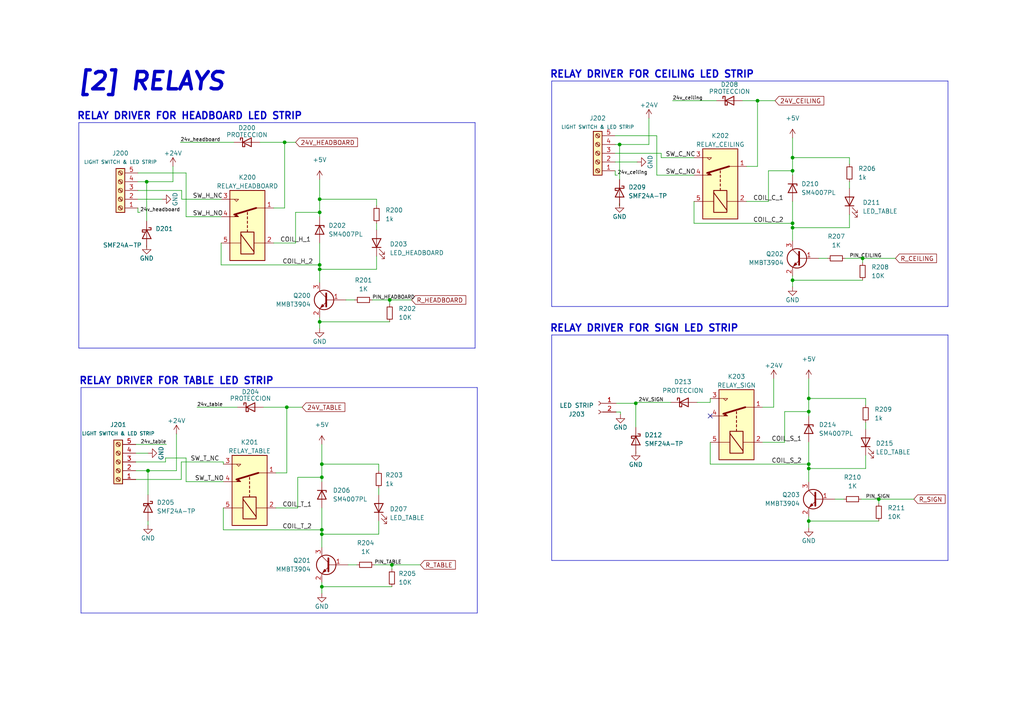
<source format=kicad_sch>
(kicad_sch (version 20230121) (generator eeschema)
  (paper "A4")
  (lib_symbols
    (symbol "Connector:Conn_01x02_Female" (pin_names (offset 1.016) hide)
      (property "Reference" "J" (at 0 2.54 0))
      (property "Value" "Conn_01x02_Female" (at 0 -5.08 0))
      (symbol "Conn_01x02_Female_1_1"
        (arc (start 0 -2.032) (mid -0.5058 -2.54) (end 0 -3.048) (stroke (width 0.1524)))
        (polyline (pts (xy -1.27 -2.54) (xy -0.508 -2.54)) (stroke (width 0.1524)))
        (polyline (pts (xy -1.27 0) (xy -0.508 0)) (stroke (width 0.1524)))
        (arc (start 0 0.508) (mid -0.5058 0) (end 0 -0.508) (stroke (width 0.1524)))
        (pin passive line (at -5.08 0 0) (length 3.81) (name "Pin_1") (number "1"))
        (pin passive line (at -5.08 -2.54 0) (length 3.81) (name "Pin_2") (number "2"))
      )
    )
    (symbol "Connector:Screw_Terminal_01x05" (pin_names (offset 1.016) hide)
      (property "Reference" "J" (at 0 7.62 0))
      (property "Value" "Screw_Terminal_01x05" (at 0 -7.62 0))
      (symbol "Screw_Terminal_01x05_1_1"
        (rectangle (start -1.27 6.35) (end 1.27 -6.35) (stroke (width 0.254)) (fill (type background)))
        (circle (center 0 -5.08) (radius 0.635) (stroke (width 0.1524)))
        (circle (center 0 -2.54) (radius 0.635) (stroke (width 0.1524)))
        (polyline (pts (xy -0.5334 -4.7498) (xy 0.3302 -5.588)) (stroke (width 0.1524)))
        (polyline (pts (xy -0.5334 -2.2098) (xy 0.3302 -3.048)) (stroke (width 0.1524)))
        (polyline (pts (xy -0.5334 0.3302) (xy 0.3302 -0.508)) (stroke (width 0.1524)))
        (polyline (pts (xy -0.5334 2.8702) (xy 0.3302 2.032)) (stroke (width 0.1524)))
        (polyline (pts (xy -0.5334 5.4102) (xy 0.3302 4.572)) (stroke (width 0.1524)))
        (polyline (pts (xy -0.3556 -4.572) (xy 0.508 -5.4102)) (stroke (width 0.1524)))
        (polyline (pts (xy -0.3556 -2.032) (xy 0.508 -2.8702)) (stroke (width 0.1524)))
        (polyline (pts (xy -0.3556 0.508) (xy 0.508 -0.3302)) (stroke (width 0.1524)))
        (polyline (pts (xy -0.3556 3.048) (xy 0.508 2.2098)) (stroke (width 0.1524)))
        (polyline (pts (xy -0.3556 5.588) (xy 0.508 4.7498)) (stroke (width 0.1524)))
        (circle (center 0 0) (radius 0.635) (stroke (width 0.1524)))
        (circle (center 0 2.54) (radius 0.635) (stroke (width 0.1524)))
        (circle (center 0 5.08) (radius 0.635) (stroke (width 0.1524)))
        (pin passive line (at -5.08 5.08 0) (length 3.81) (name "Pin_1") (number "1"))
        (pin passive line (at -5.08 2.54 0) (length 3.81) (name "Pin_2") (number "2"))
        (pin passive line (at -5.08 0 0) (length 3.81) (name "Pin_3") (number "3"))
        (pin passive line (at -5.08 -2.54 0) (length 3.81) (name "Pin_4") (number "4"))
        (pin passive line (at -5.08 -5.08 0) (length 3.81) (name "Pin_5") (number "5"))
      )
    )
    (symbol "Device:D_Schottky" (pin_numbers hide) (pin_names (offset 1.016) hide)
      (property "Reference" "D" (at 0 2.54 0))
      (property "Value" "D_Schottky" (at 0 -2.54 0))
      (symbol "D_Schottky_0_1"
        (polyline (pts (xy 1.27 0) (xy -1.27 0)))
        (polyline (pts (xy 1.27 1.27) (xy 1.27 -1.27) (xy -1.27 0) (xy 1.27 1.27)) (stroke (width 0.254)))
        (polyline (pts (xy -1.905 0.635) (xy -1.905 1.27) (xy -1.27 1.27) (xy -1.27 -1.27) (xy -0.635 -1.27) (xy -0.635 -0.635)) (stroke (width 0.254)))
      )
      (symbol "D_Schottky_1_1"
        (pin passive line (at -3.81 0 0) (length 2.54) (name "K") (number "1"))
        (pin passive line (at 3.81 0 180) (length 2.54) (name "A") (number "2"))
      )
    )
    (symbol "Device:D_Zener" (pin_numbers hide) (pin_names (offset 1.016) hide)
      (property "Reference" "D" (at 0 2.54 0))
      (property "Value" "D_Zener" (at 0 -2.54 0))
      (symbol "D_Zener_0_1"
        (polyline (pts (xy 1.27 0) (xy -1.27 0)))
        (polyline (pts (xy -1.27 -1.27) (xy -1.27 1.27) (xy -0.762 1.27)) (stroke (width 0.254)))
        (polyline (pts (xy 1.27 -1.27) (xy 1.27 1.27) (xy -1.27 0) (xy 1.27 -1.27)) (stroke (width 0.254)))
      )
      (symbol "D_Zener_1_1"
        (pin passive line (at -3.81 0 0) (length 2.54) (name "K") (number "1"))
        (pin passive line (at 3.81 0 180) (length 2.54) (name "A") (number "2"))
      )
    )
    (symbol "Device:LED" (pin_numbers hide) (pin_names (offset 1.016) hide)
      (property "Reference" "D" (at 0 2.54 0))
      (property "Value" "LED" (at 0 -2.54 0))
      (symbol "LED_0_1"
        (polyline (pts (xy -1.27 -1.27) (xy -1.27 1.27)) (stroke (width 0.254)))
        (polyline (pts (xy -1.27 0) (xy 1.27 0)))
        (polyline (pts (xy 1.27 -1.27) (xy 1.27 1.27) (xy -1.27 0) (xy 1.27 -1.27)) (stroke (width 0.254)))
        (polyline (pts (xy -3.048 -0.762) (xy -4.572 -2.286) (xy -3.81 -2.286) (xy -4.572 -2.286) (xy -4.572 -1.524)))
        (polyline (pts (xy -1.778 -0.762) (xy -3.302 -2.286) (xy -2.54 -2.286) (xy -3.302 -2.286) (xy -3.302 -1.524)))
      )
      (symbol "LED_1_1"
        (pin passive line (at -3.81 0 0) (length 2.54) (name "K") (number "1"))
        (pin passive line (at 3.81 0 180) (length 2.54) (name "A") (number "2"))
      )
    )
    (symbol "Device:R_Small" (pin_numbers hide) (pin_names (offset 0.254) hide)
      (property "Reference" "R" (at 0.762 0.508 0))
      (property "Value" "R_Small" (at 0.762 -1.016 0))
      (symbol "R_Small_0_1"
        (rectangle (start -0.762 1.778) (end 0.762 -1.778) (stroke (width 0.2032)))
      )
      (symbol "R_Small_1_1"
        (pin passive line (at 0 2.54 270) (length 0.762) (name "~") (number "1"))
        (pin passive line (at 0 -2.54 90) (length 0.762) (name "~") (number "2"))
      )
    )
    (symbol "Diode:PMEG4050EP" (pin_numbers hide) (pin_names hide)
      (property "Reference" "D" (at 0 2.54 0))
      (property "Value" "PMEG4050EP" (at 0 -2.54 0))
      (symbol "PMEG4050EP_0_1"
        (polyline (pts (xy 1.27 0) (xy -1.27 0)))
        (polyline (pts (xy 1.27 1.27) (xy 1.27 -1.27) (xy -1.27 0) (xy 1.27 1.27)) (stroke (width 0.254)))
        (polyline (pts (xy -1.905 0.635) (xy -1.905 1.27) (xy -1.27 1.27) (xy -1.27 -1.27) (xy -0.635 -1.27) (xy -0.635 -0.635)) (stroke (width 0.254)))
      )
      (symbol "PMEG4050EP_1_1"
        (pin passive line (at -3.81 0 0) (length 2.54) (name "K") (number "1"))
        (pin passive line (at 3.81 0 180) (length 2.54) (name "A") (number "2"))
      )
    )
    (symbol "Relay:SANYOU_SRD_Form_C"
      (property "Reference" "K" (at 11.43 3.81 0))
      (property "Value" "SANYOU_SRD_Form_C" (at 11.43 1.27 0))
      (symbol "SANYOU_SRD_Form_C_0_0"
        (polyline (pts (xy 7.62 5.08) (xy 7.62 2.54) (xy 6.985 3.175) (xy 7.62 3.81)))
      )
      (symbol "SANYOU_SRD_Form_C_0_1"
        (rectangle (start -10.16 5.08) (end 10.16 -5.08) (stroke (width 0.254)) (fill (type background)))
        (rectangle (start -8.255 1.905) (end -1.905 -1.905) (stroke (width 0.254)))
        (polyline (pts (xy -7.62 -1.905) (xy -2.54 1.905)) (stroke (width 0.254)))
        (polyline (pts (xy -5.08 -5.08) (xy -5.08 -1.905)))
        (polyline (pts (xy -5.08 5.08) (xy -5.08 1.905)))
        (polyline (pts (xy -1.905 0) (xy -1.27 0)) (stroke (width 0.254)))
        (polyline (pts (xy -0.635 0) (xy 0 0)) (stroke (width 0.254)))
        (polyline (pts (xy 0.635 0) (xy 1.27 0)) (stroke (width 0.254)))
        (polyline (pts (xy 1.905 0) (xy 2.54 0)) (stroke (width 0.254)))
        (polyline (pts (xy 3.175 0) (xy 3.81 0)) (stroke (width 0.254)))
        (polyline (pts (xy 5.08 -2.54) (xy 3.175 3.81)) (stroke (width 0.508)))
        (polyline (pts (xy 5.08 -2.54) (xy 5.08 -5.08)))
      )
      (symbol "SANYOU_SRD_Form_C_1_1"
        (polyline (pts (xy 2.54 3.81) (xy 3.175 3.175) (xy 2.54 2.54) (xy 2.54 5.08)) (fill (type outline)))
        (pin passive line (at 5.08 -7.62 90) (length 2.54) (name "~") (number "1"))
        (pin passive line (at -5.08 -7.62 90) (length 2.54) (name "~") (number "2"))
        (pin passive line (at 7.62 7.62 270) (length 2.54) (name "~") (number "3"))
        (pin passive line (at 2.54 7.62 270) (length 2.54) (name "~") (number "4"))
        (pin passive line (at -5.08 7.62 270) (length 2.54) (name "~") (number "5"))
      )
    )
    (symbol "Transistor_BJT:MMBT5550L" (pin_names (offset 0) hide)
      (property "Reference" "Q" (at 5.08 1.905 0))
      (property "Value" "MMBT5550L" (at 5.08 0 0))
      (symbol "MMBT5550L_0_1"
        (polyline (pts (xy 0.635 0.635) (xy 2.54 2.54)))
        (polyline (pts (xy 0.635 -0.635) (xy 2.54 -2.54) (xy 2.54 -2.54)))
        (polyline (pts (xy 0.635 1.905) (xy 0.635 -1.905) (xy 0.635 -1.905)) (stroke (width 0.508)))
        (polyline (pts (xy 1.27 -1.778) (xy 1.778 -1.27) (xy 2.286 -2.286) (xy 1.27 -1.778) (xy 1.27 -1.778)) (fill (type outline)))
        (circle (center 1.27 0) (radius 2.8194) (stroke (width 0.254)))
      )
      (symbol "MMBT5550L_1_1"
        (pin input line (at -5.08 0 0) (length 5.715) (name "B") (number "1"))
        (pin passive line (at 2.54 -5.08 90) (length 2.54) (name "E") (number "2"))
        (pin passive line (at 2.54 5.08 270) (length 2.54) (name "C") (number "3"))
      )
    )
    (symbol "power:+24V" (power) (pin_names (offset 0))
      (property "Value" "+24V" (at 0 3.556 0))
      (symbol "+24V_0_1"
        (polyline (pts (xy -0.762 1.27) (xy 0 2.54)))
        (polyline (pts (xy 0 0) (xy 0 2.54)))
        (polyline (pts (xy 0 2.54) (xy 0.762 1.27)))
      )
      (symbol "+24V_1_1"
        (pin power_in line (at 0 0 90) (length 0) hide (name "+24V") (number "1"))
      )
    )
    (symbol "power:+5V" (power) (pin_names (offset 0))
      (property "Value" "+5V" (at 0 3.556 0))
      (symbol "+5V_0_1"
        (polyline (pts (xy -0.762 1.27) (xy 0 2.54)))
        (polyline (pts (xy 0 0) (xy 0 2.54)))
        (polyline (pts (xy 0 2.54) (xy 0.762 1.27)))
      )
      (symbol "+5V_1_1"
        (pin power_in line (at 0 0 90) (length 0) hide (name "+5V") (number "1"))
      )
    )
    (symbol "power:GND" (power) (pin_names (offset 0))
      (property "Value" "GND" (at 0 -3.81 0))
      (symbol "GND_0_1"
        (polyline (pts (xy 0 0) (xy 0 -1.27) (xy 1.27 -1.27) (xy 0 -2.54) (xy -1.27 -1.27) (xy 0 -1.27)))
      )
      (symbol "GND_1_1"
        (pin power_in line (at 0 0 270) (length 0) hide (name "GND") (number "1"))
      )
    )
  )
  (junction (at 82.55 41.275))
  (junction (at 229.87 81.28))
  (junction (at 93.345 134.62))
  (junction (at 42.545 52.705))
  (junction (at 229.87 64.77))
  (junction (at 93.345 154.94))
  (junction (at 229.87 49.53))
  (junction (at 93.345 153.67))
  (junction (at 92.71 61.595))
  (junction (at 184.404 116.967))
  (junction (at 234.569 134.62))
  (junction (at 234.569 135.89))
  (junction (at 219.71 29.21))
  (junction (at 113.665 163.83))
  (junction (at 234.569 151.13))
  (junction (at 113.03 86.995))
  (junction (at 93.345 170.18))
  (junction (at 83.185 118.11))
  (junction (at 92.71 76.835))
  (junction (at 92.71 93.345))
  (junction (at 234.569 119.38))
  (junction (at 179.705 41.91))
  (junction (at 229.87 66.04))
  (junction (at 42.926 136.525))
  (junction (at 254.889 144.78))
  (junction (at 234.569 115.57))
  (junction (at 229.87 45.72))
  (junction (at 93.345 138.43))
  (junction (at 92.71 78.105))
  (junction (at 92.71 57.785))
  (junction (at 250.19 74.93))
  (no_connect (at 205.994 120.65))
  (wire (pts (xy 234.569 109.855) (xy 234.569 115.57)))
  (wire (pts (xy 205.994 128.27) (xy 205.994 134.62)))
  (wire (pts (xy 85.725 70.485) (xy 85.725 61.595)))
  (wire (pts (xy 229.87 66.04) (xy 229.87 69.85)))
  (wire (pts (xy 188.214 34.29) (xy 188.214 41.91)))
  (wire (pts (xy 85.725 61.595) (xy 92.71 61.595)))
  (wire (pts (xy 205.994 134.62) (xy 234.569 134.62)))
  (wire (pts (xy 40.005 60.325) (xy 40.005 61.595)))
  (polyline (pts (xy 22.86 100.965) (xy 22.86 35.56)))
  (wire (pts (xy 52.705 57.785) (xy 64.135 57.785)))
  (wire (pts (xy 52.578 133.985) (xy 64.77 133.985)))
  (wire (pts (xy 205.994 116.713) (xy 205.994 115.57)))
  (wire (pts (xy 109.22 59.69) (xy 109.22 57.785)))
  (wire (pts (xy 191.77 45.72) (xy 201.295 45.72)))
  (wire (pts (xy 249.809 144.78) (xy 254.889 144.78)))
  (wire (pts (xy 188.214 41.91) (xy 179.705 41.91)))
  (wire (pts (xy 92.71 52.07) (xy 92.71 57.785)))
  (wire (pts (xy 251.079 135.89) (xy 234.569 135.89)))
  (wire (pts (xy 250.19 74.93) (xy 250.19 76.2)))
  (wire (pts (xy 184.404 116.713) (xy 184.404 116.967)))
  (wire (pts (xy 246.38 52.705) (xy 246.38 54.61)))
  (wire (pts (xy 194.564 116.713) (xy 184.404 116.713)))
  (wire (pts (xy 179.959 119.507) (xy 179.959 120.142)))
  (wire (pts (xy 109.22 57.785) (xy 92.71 57.785)))
  (wire (pts (xy 191.77 44.45) (xy 191.77 45.72)))
  (wire (pts (xy 216.535 48.26) (xy 219.71 48.26)))
  (wire (pts (xy 40.005 57.785) (xy 46.99 57.785)))
  (wire (pts (xy 93.345 128.905) (xy 93.345 134.62)))
  (wire (pts (xy 53.975 139.7) (xy 64.77 139.7)))
  (wire (pts (xy 178.435 46.99) (xy 184.785 46.99)))
  (wire (pts (xy 179.705 41.91) (xy 179.705 52.07)))
  (wire (pts (xy 219.71 48.26) (xy 219.71 29.21)))
  (wire (pts (xy 92.71 93.345) (xy 92.71 95.25)))
  (wire (pts (xy 234.569 149.86) (xy 234.569 151.13)))
  (wire (pts (xy 113.665 163.83) (xy 113.665 165.1)))
  (wire (pts (xy 93.345 134.62) (xy 93.345 138.43)))
  (wire (pts (xy 234.569 128.27) (xy 234.569 134.62)))
  (wire (pts (xy 42.545 71.12) (xy 42.545 71.755)))
  (wire (pts (xy 57.15 118.11) (xy 68.834 118.11)))
  (wire (pts (xy 234.569 134.62) (xy 234.569 135.89)))
  (wire (pts (xy 190.5 50.8) (xy 201.295 50.8)))
  (wire (pts (xy 109.22 78.105) (xy 92.71 78.105)))
  (wire (pts (xy 40.005 61.595) (xy 40.64 61.595)))
  (polyline (pts (xy 160.02 162.56) (xy 160.02 97.155)))
  (wire (pts (xy 113.03 86.995) (xy 119.38 86.995)))
  (wire (pts (xy 93.345 147.32) (xy 93.345 153.67)))
  (wire (pts (xy 179.705 59.055) (xy 179.705 59.69)))
  (wire (pts (xy 48.006 132.842) (xy 53.975 132.842)))
  (wire (pts (xy 234.569 151.13) (xy 254.889 151.13)))
  (wire (pts (xy 195.072 29.21) (xy 207.772 29.21)))
  (wire (pts (xy 109.22 64.77) (xy 109.22 66.675)))
  (wire (pts (xy 92.71 78.105) (xy 92.71 81.915)))
  (wire (pts (xy 245.11 74.93) (xy 250.19 74.93)))
  (wire (pts (xy 178.689 116.967) (xy 184.404 116.967)))
  (wire (pts (xy 64.77 133.985) (xy 64.77 134.62)))
  (wire (pts (xy 93.345 153.67) (xy 93.345 154.94)))
  (wire (pts (xy 52.705 55.245) (xy 52.705 57.785)))
  (wire (pts (xy 93.345 168.91) (xy 93.345 170.18)))
  (wire (pts (xy 184.404 116.967) (xy 184.404 123.952)))
  (wire (pts (xy 92.71 76.835) (xy 92.71 78.105)))
  (wire (pts (xy 92.71 93.345) (xy 113.03 93.345)))
  (wire (pts (xy 190.5 39.37) (xy 178.435 39.37)))
  (wire (pts (xy 64.135 76.835) (xy 92.71 76.835)))
  (wire (pts (xy 64.77 147.32) (xy 64.77 153.67)))
  (wire (pts (xy 82.55 41.275) (xy 85.725 41.275)))
  (wire (pts (xy 86.36 147.32) (xy 86.36 138.43)))
  (wire (pts (xy 251.079 132.08) (xy 251.079 135.89)))
  (polyline (pts (xy 274.955 97.155) (xy 274.955 162.56)))
  (wire (pts (xy 53.975 62.865) (xy 64.135 62.865)))
  (wire (pts (xy 79.375 70.485) (xy 85.725 70.485)))
  (polyline (pts (xy 274.955 162.56) (xy 160.02 162.56)))
  (wire (pts (xy 224.409 109.855) (xy 224.409 118.11)))
  (wire (pts (xy 178.435 41.91) (xy 179.705 41.91)))
  (wire (pts (xy 219.71 29.21) (xy 224.79 29.21)))
  (polyline (pts (xy 274.955 88.9) (xy 160.02 88.9)))
  (wire (pts (xy 246.38 47.625) (xy 246.38 45.72)))
  (wire (pts (xy 242.189 144.78) (xy 244.729 144.78)))
  (wire (pts (xy 237.49 74.93) (xy 240.03 74.93)))
  (polyline (pts (xy 137.795 35.56) (xy 137.795 100.965)))
  (wire (pts (xy 250.19 74.93) (xy 259.715 74.93)))
  (polyline (pts (xy 138.43 112.395) (xy 138.43 177.8)))
  (wire (pts (xy 39.37 139.065) (xy 52.578 139.065)))
  (wire (pts (xy 40.005 55.245) (xy 52.705 55.245)))
  (wire (pts (xy 178.435 50.8) (xy 179.07 50.8)))
  (wire (pts (xy 234.569 115.57) (xy 234.569 119.38)))
  (wire (pts (xy 75.438 41.275) (xy 82.55 41.275)))
  (wire (pts (xy 202.184 116.713) (xy 205.994 116.713)))
  (polyline (pts (xy 137.795 100.965) (xy 22.86 100.965)))
  (wire (pts (xy 229.87 81.28) (xy 250.19 81.28)))
  (wire (pts (xy 80.01 137.16) (xy 83.185 137.16)))
  (polyline (pts (xy 160.02 97.155) (xy 274.955 97.155)))
  (wire (pts (xy 76.454 118.11) (xy 83.185 118.11)))
  (wire (pts (xy 39.37 136.525) (xy 42.926 136.525)))
  (wire (pts (xy 64.77 153.67) (xy 93.345 153.67)))
  (wire (pts (xy 53.975 50.165) (xy 53.975 62.865)))
  (wire (pts (xy 53.975 132.842) (xy 53.975 139.7)))
  (wire (pts (xy 100.33 86.995) (xy 102.87 86.995)))
  (wire (pts (xy 86.36 138.43) (xy 93.345 138.43)))
  (wire (pts (xy 52.578 139.065) (xy 52.578 133.985)))
  (wire (pts (xy 82.55 60.325) (xy 82.55 41.275)))
  (wire (pts (xy 39.37 133.985) (xy 48.006 133.985)))
  (wire (pts (xy 229.87 49.53) (xy 229.87 50.8)))
  (wire (pts (xy 229.87 40.005) (xy 229.87 45.72)))
  (polyline (pts (xy 138.43 177.8) (xy 23.495 177.8)))
  (wire (pts (xy 184.404 130.937) (xy 184.404 131.572)))
  (wire (pts (xy 215.392 29.21) (xy 219.71 29.21)))
  (wire (pts (xy 227.584 128.27) (xy 227.584 119.38)))
  (wire (pts (xy 109.855 154.94) (xy 93.345 154.94)))
  (wire (pts (xy 190.5 39.37) (xy 190.5 50.8)))
  (wire (pts (xy 83.185 118.11) (xy 87.63 118.11)))
  (wire (pts (xy 53.975 50.165) (xy 40.005 50.165)))
  (wire (pts (xy 201.295 58.42) (xy 201.295 64.77)))
  (wire (pts (xy 51.181 136.525) (xy 42.926 136.525)))
  (wire (pts (xy 222.885 58.42) (xy 222.885 49.53)))
  (polyline (pts (xy 274.955 23.495) (xy 274.955 88.9)))
  (wire (pts (xy 109.855 151.13) (xy 109.855 154.94)))
  (wire (pts (xy 234.569 135.89) (xy 234.569 139.7)))
  (wire (pts (xy 109.855 141.605) (xy 109.855 143.51)))
  (wire (pts (xy 42.545 52.705) (xy 50.165 52.705)))
  (polyline (pts (xy 22.86 35.56) (xy 137.795 35.56)))
  (wire (pts (xy 229.87 81.28) (xy 229.87 83.185)))
  (wire (pts (xy 80.01 147.32) (xy 86.36 147.32)))
  (wire (pts (xy 93.345 154.94) (xy 93.345 158.75)))
  (wire (pts (xy 42.926 151.13) (xy 42.926 152.273)))
  (wire (pts (xy 109.855 136.525) (xy 109.855 134.62)))
  (wire (pts (xy 100.965 163.83) (xy 103.505 163.83)))
  (wire (pts (xy 92.71 61.595) (xy 92.71 62.865)))
  (wire (pts (xy 246.38 45.72) (xy 229.87 45.72)))
  (wire (pts (xy 227.584 119.38) (xy 234.569 119.38)))
  (polyline (pts (xy 160.02 23.495) (xy 274.955 23.495)))
  (wire (pts (xy 229.87 58.42) (xy 229.87 64.77)))
  (wire (pts (xy 246.38 66.04) (xy 229.87 66.04)))
  (wire (pts (xy 216.535 58.42) (xy 222.885 58.42)))
  (wire (pts (xy 178.689 119.507) (xy 179.959 119.507)))
  (wire (pts (xy 108.585 163.83) (xy 113.665 163.83)))
  (wire (pts (xy 39.37 128.905) (xy 48.26 128.905)))
  (wire (pts (xy 246.38 62.23) (xy 246.38 66.04)))
  (wire (pts (xy 107.95 86.995) (xy 113.03 86.995)))
  (polyline (pts (xy 23.495 112.395) (xy 138.43 112.395)))
  (wire (pts (xy 221.234 128.27) (xy 227.584 128.27)))
  (wire (pts (xy 48.006 133.985) (xy 48.006 132.842)))
  (wire (pts (xy 229.87 45.72) (xy 229.87 49.53)))
  (wire (pts (xy 251.079 117.475) (xy 251.079 115.57)))
  (wire (pts (xy 178.435 49.53) (xy 178.435 50.8)))
  (wire (pts (xy 113.665 163.83) (xy 121.92 163.83)))
  (wire (pts (xy 221.234 118.11) (xy 224.409 118.11)))
  (wire (pts (xy 50.165 52.705) (xy 50.165 48.26)))
  (wire (pts (xy 229.87 64.77) (xy 229.87 66.04)))
  (wire (pts (xy 234.569 119.38) (xy 234.569 120.65)))
  (wire (pts (xy 92.71 92.075) (xy 92.71 93.345)))
  (wire (pts (xy 222.885 49.53) (xy 229.87 49.53)))
  (wire (pts (xy 251.079 115.57) (xy 234.569 115.57)))
  (wire (pts (xy 93.345 170.18) (xy 93.345 172.085)))
  (wire (pts (xy 92.71 57.785) (xy 92.71 61.595)))
  (polyline (pts (xy 160.02 88.9) (xy 160.02 23.495)))
  (wire (pts (xy 40.005 52.705) (xy 42.545 52.705)))
  (wire (pts (xy 52.324 41.275) (xy 67.818 41.275)))
  (wire (pts (xy 64.135 70.485) (xy 64.135 76.835)))
  (wire (pts (xy 109.22 74.295) (xy 109.22 78.105)))
  (wire (pts (xy 51.181 125.857) (xy 51.181 136.525)))
  (wire (pts (xy 79.375 60.325) (xy 82.55 60.325)))
  (wire (pts (xy 251.079 122.555) (xy 251.079 124.46)))
  (wire (pts (xy 83.185 137.16) (xy 83.185 118.11)))
  (wire (pts (xy 109.855 134.62) (xy 93.345 134.62)))
  (wire (pts (xy 42.545 52.705) (xy 42.545 64.135)))
  (wire (pts (xy 93.345 170.18) (xy 113.665 170.18)))
  (wire (pts (xy 113.03 86.995) (xy 113.03 88.265)))
  (wire (pts (xy 201.295 64.77) (xy 229.87 64.77)))
  (wire (pts (xy 229.87 80.01) (xy 229.87 81.28)))
  (wire (pts (xy 42.926 136.525) (xy 42.926 143.51)))
  (wire (pts (xy 39.37 131.445) (xy 42.926 131.445)))
  (wire (pts (xy 178.435 44.45) (xy 191.77 44.45)))
  (wire (pts (xy 92.71 70.485) (xy 92.71 76.835)))
  (polyline (pts (xy 23.495 177.8) (xy 23.495 112.395)))
  (wire (pts (xy 93.345 138.43) (xy 93.345 139.7)))
  (wire (pts (xy 254.889 144.78) (xy 265.049 144.78)))
  (wire (pts (xy 234.569 151.13) (xy 234.569 153.035)))
  (wire (pts (xy 254.889 144.78) (xy 254.889 146.05)))
  (text "RELAY DRIVER FOR HEADBOARD LED STRIP" (at 22.225 34.925 0) (effects (font (size 2.032 2.032) bold) (justify left bottom)))
  (text "RELAY DRIVER FOR TABLE LED STRIP" (at 22.86 111.76 0) (effects (font (size 2.032 2.032) bold) (justify left bottom)))
  (text "[2] RELAYS" (at 22.225 26.67 0) (effects (font (size 5.0038 5.0038) (thickness 1.0008) bold italic) (justify left bottom)))
  (text "RELAY DRIVER FOR CEILING LED STRIP" (at 159.385 22.86 0) (effects (font (size 2.032 2.032) bold) (justify left bottom)))
  (text "RELAY DRIVER FOR SIGN LED STRIP" (at 159.385 96.52 0) (effects (font (size 2.032 2.032) bold) (justify left bottom)))
  (label "24V_SIGN" (at 185.166 116.713 0) (effects (font (size 1.016 1.016))))
  (label "SW_C_NC" (at 193.04 45.72 0))
  (label "PIN_HEADBOARD" (at 107.95 86.995 0) (effects (font (size 1.016 1.016))))
  (label "COIL_C_1" (at 218.44 58.42 0))
  (label "PIN_CEILING" (at 246.38 74.93 0) (effects (font (size 1.016 1.016))))
  (label "COIL_S_1" (at 223.774 128.27 0))
  (label "SW_H_NC" (at 55.88 57.785 0))
  (label "24v_headboard" (at 52.324 41.275 0) (effects (font (size 1.016 1.016))))
  (label "COIL_T_2" (at 81.915 153.67 0))
  (label "PIN_SIGN" (at 251.079 144.78 0) (effects (font (size 1.016 1.016))))
  (label "SW_T_NC" (at 55.245 133.985 0))
  (label "COIL_H_1" (at 81.28 70.485 0))
  (label "COIL_C_2" (at 218.44 64.77 0))
  (label "COIL_S_2" (at 223.774 134.62 0))
  (label "SW_C_NO" (at 193.04 50.8 0))
  (label "24v_table" (at 57.15 118.11 0) (effects (font (size 1.016 1.016))))
  (label "24v_headboard" (at 40.64 61.595 0) (effects (font (size 1.016 1.016))))
  (label "24v_ceiling" (at 179.07 50.8 0) (effects (font (size 1.016 1.016))))
  (label "SW_T_NO" (at 56.515 139.7 0))
  (label "COIL_T_1" (at 81.915 147.32 0))
  (label "SW_H_NO" (at 55.88 62.865 0))
  (label "COIL_H_2" (at 81.915 76.835 0))
  (label "24v_table" (at 48.26 128.905 180) (effects (font (size 1.016 1.016))))
  (label "PIN_TABLE" (at 108.585 163.83 0) (effects (font (size 1.016 1.016))))
  (label "24v_ceiling" (at 195.072 29.21 0) (effects (font (size 1.016 1.016))))
  (global_label "R_SIGN" (shape input) (at 265.049 144.78 0) (property "Intersheetrefs" "${INTERSHEET_REFS}" (effects hide)))
  (global_label "24V_TABLE" (shape input) (at 87.63 118.11 0) (property "Intersheetrefs" "${INTERSHEET_REFS}" (effects hide)))
  (global_label "24V_HEADBOARD" (shape input) (at 85.725 41.275 0) (property "Intersheetrefs" "${INTERSHEET_REFS}" (effects hide)))
  (global_label "R_HEADBOARD" (shape input) (at 119.38 86.995 0) (property "Intersheetrefs" "${INTERSHEET_REFS}" (effects hide)))
  (global_label "R_TABLE" (shape input) (at 121.92 163.83 0) (property "Intersheetrefs" "${INTERSHEET_REFS}" (effects hide)))
  (global_label "24V_CEILING" (shape input) (at 224.79 29.21 0) (property "Intersheetrefs" "${INTERSHEET_REFS}" (effects hide)))
  (global_label "R_CEILING" (shape input) (at 259.715 74.93 0) (property "Intersheetrefs" "${INTERSHEET_REFS}" (effects hide)))
  (symbol (lib_id "Device:R_Small") (at 250.19 78.74 180) (unit 1)
    (property "Reference" "R208" (at 252.73 77.4699 0) (effects (justify right)))
    (property "Value" "10K" (at 252.73 80.0099 0) (effects (justify right)))
    (property "Footprint" "Resistor_SMD:R_0603_1608Metric" (effects hide))
    (property "LCSC" "C25804" (effects hide))
  )
  (symbol (lib_id "Device:D_Zener") (at 92.71 66.675 270) (unit 1)
    (property "Reference" "D202" (at 95.25 65.4049 90) (effects (justify left)))
    (property "Value" "SM4007PL" (at 95.25 67.9449 90) (effects (justify left)))
    (property "Footprint" "Jose_:SOD_123FL" (effects hide))
    (property "LCSC" "C64898" (effects hide))
  )
  (symbol (lib_id "Diode:PMEG4050EP") (at 71.628 41.275 0) (unit 1)
    (property "Reference" "D200" (at 71.628 37.084 0))
    (property "Value" "PROTECCION" (at 71.628 39.116 0))
    (property "Footprint" "Diode_SMD:D_SOD-128" (effects hide))
    (property "Datasheet" "https://assets.nexperia.com/documents/data-sheet/PMEG4050EP.pdf" (effects hide))
  )
  (symbol (lib_id "Device:D_Zener") (at 234.569 124.46 270) (unit 1)
    (property "Reference" "D214" (at 237.49 123.1899 90) (effects (justify left)))
    (property "Value" "SM4007PL" (at 237.49 125.7299 90) (effects (justify left)))
    (property "Footprint" "Jose_:SOD_123FL" (effects hide))
    (property "LCSC" "C64898" (effects hide))
  )
  (symbol (lib_id "power:GND") (at 42.926 131.445 90) (unit 1)
    (property "Reference" "#PWR0121" (effects hide))
    (property "Value" "GND" (at 46.736 131.445 0))
  )
  (symbol (lib_id "power:+24V") (at 51.181 125.857 0) (unit 1)
    (property "Reference" "#PWR0122" (effects hide))
    (property "Value" "+24V" (at 51.181 122.047 0))
  )
  (symbol (lib_id "Connector:Screw_Terminal_01x05") (at 34.29 133.985 180) (unit 1)
    (property "Reference" "J201" (at 34.29 123.19 0))
    (property "Value" "LIGHT SWITCH & LED STRIP" (at 34.29 125.73 0) (effects (font (size 1.016 1.016))))
    (property "Footprint" "Connector_Phoenix_MSTB:PhoenixContact_MSTBA_2,5_5-G-5,08_1x05_P5.08mm_Horizontal" (effects hide))
  )
  (symbol (lib_id "power:GND") (at 184.404 130.937 0) (unit 1)
    (property "Reference" "#PWR0131" (effects hide))
    (property "Value" "GND" (at 184.404 134.747 0))
  )
  (symbol (lib_id "power:GND") (at 229.87 83.185 0) (unit 1)
    (property "Reference" "#PWR0130" (effects hide))
    (property "Value" "GND" (at 229.87 86.995 0))
  )
  (symbol (lib_id "Device:LED") (at 246.38 58.42 90) (unit 1)
    (property "Reference" "D211" (at 250.19 58.7374 90) (effects (justify right)))
    (property "Value" "LED_TABLE" (at 250.19 61.2774 90) (effects (justify right)))
    (property "Footprint" "LED_SMD:LED_0603_1608Metric" (effects hide))
    (property "LCSC" "C72038" (effects hide))
  )
  (symbol (lib_id "Device:LED") (at 251.079 128.27 90) (unit 1)
    (property "Reference" "D215" (at 254 128.5874 90) (effects (justify right)))
    (property "Value" "LED_TABLE" (at 254 131.1274 90) (effects (justify right)))
    (property "Footprint" "LED_SMD:LED_0603_1608Metric" (effects hide))
    (property "LCSC" "C72038" (effects hide))
  )
  (symbol (lib_id "power:GND") (at 179.705 59.055 0) (unit 1)
    (property "Reference" "#PWR0125" (effects hide))
    (property "Value" "GND" (at 179.705 62.865 0))
  )
  (symbol (lib_id "Device:R_Small") (at 254.889 148.59 180) (unit 1)
    (property "Reference" "R211" (at 257.429 147.3199 0) (effects (justify right)))
    (property "Value" "10K" (at 257.429 149.8599 0) (effects (justify right)))
    (property "Footprint" "Resistor_SMD:R_0603_1608Metric" (effects hide))
    (property "LCSC" "C25804" (effects hide))
  )
  (symbol (lib_id "power:GND") (at 179.959 120.142 0) (unit 1)
    (property "Reference" "#PWR0133" (effects hide))
    (property "Value" "GND" (at 179.959 123.952 0))
  )
  (symbol (lib_id "Transistor_BJT:MMBT5550L") (at 95.25 86.995 0) (mirror y) (unit 1)
    (property "Reference" "Q200" (at 90.17 85.7249 0) (effects (justify left)))
    (property "Value" "MMBT3904" (at 90.17 88.2649 0) (effects (justify left)))
    (property "Footprint" "Package_TO_SOT_SMD:SOT-23" (effects hide))
    (property "Datasheet" "www.onsemi.com/pub/Collateral/MMBT5550LT1-D.PDF" (effects hide))
    (property "LCSC" "C20526" (effects hide))
  )
  (symbol (lib_id "Device:D_Schottky") (at 42.926 147.32 270) (unit 1)
    (property "Reference" "D205" (at 45.466 145.7324 90) (effects (justify left)))
    (property "Value" "SMF24A-TP" (at 45.466 148.2724 90) (effects (justify left)))
    (property "Footprint" "Jose_:SOD_123FL" (effects hide))
    (property "LCSC" "C545276" (effects hide))
  )
  (symbol (lib_id "power:GND") (at 42.926 152.273 0) (unit 1)
    (property "Reference" "#PWR0123" (effects hide))
    (property "Value" "GND" (at 42.926 156.083 0))
  )
  (symbol (lib_id "Device:R_Small") (at 109.855 139.065 180) (unit 1)
    (property "Reference" "R203" (at 111.76 137.7949 0) (effects (justify right)))
    (property "Value" "1k" (at 111.76 140.3349 0) (effects (justify right)))
    (property "Footprint" "Resistor_SMD:R_0603_1608Metric" (effects hide))
    (property "LCSC" "C21190" (effects hide))
  )
  (symbol (lib_id "power:GND") (at 42.545 71.12 0) (unit 1)
    (property "Reference" "#PWR0113" (effects hide))
    (property "Value" "GND" (at 42.545 74.93 0))
  )
  (symbol (lib_id "Device:D_Zener") (at 229.87 54.61 270) (unit 1)
    (property "Reference" "D210" (at 232.41 53.3399 90) (effects (justify left)))
    (property "Value" "SM4007PL" (at 232.41 55.8799 90) (effects (justify left)))
    (property "Footprint" "Jose_:SOD_123FL" (effects hide))
    (property "LCSC" "C64898" (effects hide))
  )
  (symbol (lib_id "power:+24V") (at 224.409 109.855 0) (unit 1)
    (property "Reference" "#PWR0132" (effects hide))
    (property "Value" "+24V" (at 224.409 106.045 0))
  )
  (symbol (lib_id "Connector:Screw_Terminal_01x05") (at 173.355 44.45 180) (unit 1)
    (property "Reference" "J202" (at 173.355 34.29 0))
    (property "Value" "LIGHT SWITCH & LED STRIP" (at 173.355 36.83 0) (effects (font (size 1.016 1.016))))
    (property "Footprint" "Connector_Phoenix_MSTB:PhoenixContact_MSTBA_2,5_5-G-5,08_1x05_P5.08mm_Horizontal" (effects hide))
  )
  (symbol (lib_id "Relay:SANYOU_SRD_Form_C") (at 71.755 65.405 90) (unit 1)
    (property "Reference" "K200" (at 71.755 51.435 90))
    (property "Value" "RELAY_HEADBOARD" (at 71.755 53.975 90))
    (property "Footprint" "Relay_THT:Relay_SPDT_Finder_36.11" (effects hide))
    (property "Datasheet" "http://www.sanyourelay.ca/public/products/pdf/SRD.pdf" (effects hide))
  )
  (symbol (lib_id "Device:R_Small") (at 106.045 163.83 270) (unit 1)
    (property "Reference" "R204" (at 106.045 157.48 90))
    (property "Value" "1K" (at 106.045 160.02 90))
    (property "Footprint" "Resistor_SMD:R_0603_1608Metric" (effects hide))
    (property "LCSC" "C21190" (effects hide))
  )
  (symbol (lib_id "power:GND") (at 234.569 153.035 0) (unit 1)
    (property "Reference" "#PWR0135" (effects hide))
    (property "Value" "GND" (at 234.569 156.845 0))
  )
  (symbol (lib_id "Diode:PMEG4050EP") (at 72.644 118.11 0) (unit 1)
    (property "Reference" "D204" (at 72.644 113.665 0))
    (property "Value" "PROTECCION" (at 72.644 115.57 0))
    (property "Footprint" "Diode_SMD:D_SOD-128" (effects hide))
    (property "Datasheet" "https://assets.nexperia.com/documents/data-sheet/PMEG4050EP.pdf" (effects hide))
  )
  (symbol (lib_id "power:+24V") (at 188.214 34.29 0) (unit 1)
    (property "Reference" "#PWR0127" (effects hide))
    (property "Value" "+24V" (at 188.214 30.48 0))
  )
  (symbol (lib_id "Device:D_Zener") (at 93.345 143.51 270) (unit 1)
    (property "Reference" "D206" (at 96.52 142.2399 90) (effects (justify left)))
    (property "Value" "SM4007PL" (at 96.52 144.7799 90) (effects (justify left)))
    (property "Footprint" "Jose_:SOD_123FL" (effects hide))
    (property "LCSC" "C64898" (effects hide))
  )
  (symbol (lib_id "Relay:SANYOU_SRD_Form_C") (at 213.614 123.19 90) (unit 1)
    (property "Reference" "K203" (at 213.614 109.22 90))
    (property "Value" "RELAY_SIGN" (at 213.614 111.76 90))
    (property "Footprint" "Relay_THT:Relay_SPDT_Finder_36.11" (effects hide))
    (property "Datasheet" "http://www.sanyourelay.ca/public/products/pdf/SRD.pdf" (effects hide))
  )
  (symbol (lib_id "Device:D_Schottky") (at 184.404 127.762 270) (unit 1)
    (property "Reference" "D212" (at 186.944 126.1744 90) (effects (justify left)))
    (property "Value" "SMF24A-TP" (at 186.944 128.7144 90) (effects (justify left)))
    (property "Footprint" "Jose_:SOD_123FL" (effects hide))
    (property "LCSC" "C545276" (effects hide))
  )
  (symbol (lib_id "Device:D_Schottky") (at 179.705 55.88 270) (unit 1)
    (property "Reference" "D209" (at 182.245 54.2924 90) (effects (justify left)))
    (property "Value" "SMF24A-TP" (at 182.245 56.8324 90) (effects (justify left)))
    (property "Footprint" "Jose_:SOD_123FL" (effects hide))
    (property "LCSC" "C545276" (effects hide))
  )
  (symbol (lib_id "Diode:PMEG4050EP") (at 198.374 116.713 0) (unit 1)
    (property "Reference" "D213" (at 198.0565 110.744 0))
    (property "Value" "PROTECCION" (at 198.0565 113.284 0))
    (property "Footprint" "Diode_SMD:D_SOD-128" (effects hide))
    (property "Datasheet" "https://assets.nexperia.com/documents/data-sheet/PMEG4050EP.pdf" (effects hide))
  )
  (symbol (lib_id "Transistor_BJT:MMBT5550L") (at 237.109 144.78 0) (mirror y) (unit 1)
    (property "Reference" "Q203" (at 232.029 143.5099 0) (effects (justify left)))
    (property "Value" "MMBT3904" (at 232.029 146.0499 0) (effects (justify left)))
    (property "Footprint" "Package_TO_SOT_SMD:SOT-23" (effects hide))
    (property "Datasheet" "www.onsemi.com/pub/Collateral/MMBT5550LT1-D.PDF" (effects hide))
    (property "LCSC" "C20526" (effects hide))
  )
  (symbol (lib_id "power:+5V") (at 93.345 128.905 0) (unit 1)
    (property "Reference" "#PWR0117" (effects hide))
    (property "Value" "+5V" (at 93.345 123.19 0))
  )
  (symbol (lib_id "Device:R_Small") (at 105.41 86.995 270) (unit 1)
    (property "Reference" "R201" (at 105.41 81.28 90))
    (property "Value" "1K" (at 105.41 83.82 90))
    (property "Footprint" "Resistor_SMD:R_0603_1608Metric" (effects hide))
    (property "LCSC" "C21190" (effects hide))
  )
  (symbol (lib_id "Transistor_BJT:MMBT5550L") (at 95.885 163.83 0) (mirror y) (unit 1)
    (property "Reference" "Q201" (at 90.17 162.5599 0) (effects (justify left)))
    (property "Value" "MMBT3904" (at 90.17 165.0999 0) (effects (justify left)))
    (property "Footprint" "Package_TO_SOT_SMD:SOT-23" (effects hide))
    (property "Datasheet" "www.onsemi.com/pub/Collateral/MMBT5550LT1-D.PDF" (effects hide))
    (property "LCSC" "C20526" (effects hide))
  )
  (symbol (lib_id "power:GND") (at 46.99 57.785 90) (unit 1)
    (property "Reference" "#PWR0114" (effects hide))
    (property "Value" "GND" (at 50.8 57.785 0))
  )
  (symbol (lib_id "power:GND") (at 184.785 46.99 90) (unit 1)
    (property "Reference" "#PWR0126" (effects hide))
    (property "Value" "GND" (at 188.595 46.99 0))
  )
  (symbol (lib_id "Device:LED") (at 109.855 147.32 90) (unit 1)
    (property "Reference" "D207" (at 113.03 147.6374 90) (effects (justify right)))
    (property "Value" "LED_TABLE" (at 113.03 150.1774 90) (effects (justify right)))
    (property "Footprint" "LED_SMD:LED_0603_1608Metric" (effects hide))
    (property "LCSC" "C72038" (effects hide))
  )
  (symbol (lib_id "Device:D_Schottky") (at 42.545 67.945 270) (unit 1)
    (property "Reference" "D201" (at 45.085 66.3574 90) (effects (justify left)))
    (property "Value" "SMF24A-TP" (at 29.845 71.12 90) (effects (justify left)))
    (property "Footprint" "Jose_:SOD_123FL" (effects hide))
    (property "LCSC" "C545276" (effects hide))
  )
  (symbol (lib_id "power:+24V") (at 50.165 48.26 0) (unit 1)
    (property "Reference" "#PWR0115" (effects hide))
    (property "Value" "+24V" (at 50.165 44.45 0))
  )
  (symbol (lib_id "power:GND") (at 93.345 172.085 0) (unit 1)
    (property "Reference" "#PWR0118" (effects hide))
    (property "Value" "GND" (at 93.345 175.895 0))
  )
  (symbol (lib_id "Device:LED") (at 109.22 70.485 90) (unit 1)
    (property "Reference" "D203" (at 113.03 70.8024 90) (effects (justify right)))
    (property "Value" "LED_HEADBOARD" (at 113.03 73.3424 90) (effects (justify right)))
    (property "Footprint" "LED_SMD:LED_0603_1608Metric" (effects hide))
    (property "LCSC" "C72038" (effects hide))
  )
  (symbol (lib_id "Device:R_Small") (at 113.03 90.805 180) (unit 1)
    (property "Reference" "R202" (at 115.57 89.5349 0) (effects (justify right)))
    (property "Value" "10K" (at 115.57 92.0749 0) (effects (justify right)))
    (property "Footprint" "Resistor_SMD:R_0603_1608Metric" (effects hide))
    (property "LCSC" "C25804" (effects hide))
  )
  (symbol (lib_id "Relay:SANYOU_SRD_Form_C") (at 208.915 53.34 90) (unit 1)
    (property "Reference" "K202" (at 208.915 39.37 90))
    (property "Value" "RELAY_CEILING" (at 208.915 41.91 90))
    (property "Footprint" "Relay_THT:Relay_SPDT_Finder_36.11" (effects hide))
    (property "Datasheet" "http://www.sanyourelay.ca/public/products/pdf/SRD.pdf" (effects hide))
  )
  (symbol (lib_id "power:+5V") (at 234.569 109.855 0) (unit 1)
    (property "Reference" "#PWR0134" (effects hide))
    (property "Value" "+5V" (at 234.569 104.14 0))
  )
  (symbol (lib_id "Device:R_Small") (at 247.269 144.78 270) (unit 1)
    (property "Reference" "R210" (at 247.269 138.43 90))
    (property "Value" "1K" (at 247.269 140.97 90))
    (property "Footprint" "Resistor_SMD:R_0603_1608Metric" (effects hide))
    (property "LCSC" "C21190" (effects hide))
  )
  (symbol (lib_id "Transistor_BJT:MMBT5550L") (at 232.41 74.93 0) (mirror y) (unit 1)
    (property "Reference" "Q202" (at 227.33 73.6599 0) (effects (justify left)))
    (property "Value" "MMBT3904" (at 227.33 76.1999 0) (effects (justify left)))
    (property "Footprint" "Package_TO_SOT_SMD:SOT-23" (effects hide))
    (property "Datasheet" "www.onsemi.com/pub/Collateral/MMBT5550LT1-D.PDF" (effects hide))
    (property "LCSC" "C20526" (effects hide))
  )
  (symbol (lib_id "power:GND") (at 92.71 95.25 0) (unit 1)
    (property "Reference" "#PWR0120" (effects hide))
    (property "Value" "GND" (at 92.71 99.06 0))
  )
  (symbol (lib_id "Device:R_Small") (at 246.38 50.165 180) (unit 1)
    (property "Reference" "R206" (at 248.92 48.8949 0) (effects (justify right)))
    (property "Value" "1k" (at 248.92 51.4349 0) (effects (justify right)))
    (property "Footprint" "Resistor_SMD:R_0603_1608Metric" (effects hide))
    (property "LCSC" "C21190" (effects hide))
  )
  (symbol (lib_id "Diode:PMEG4050EP") (at 211.582 29.21 0) (unit 1)
    (property "Reference" "D208" (at 211.582 24.511 0))
    (property "Value" "PROTECCION" (at 211.582 26.543 0))
    (property "Footprint" "Diode_SMD:D_SOD-128" (effects hide))
    (property "Datasheet" "https://assets.nexperia.com/documents/data-sheet/PMEG4050EP.pdf" (effects hide))
  )
  (symbol (lib_id "power:+5V") (at 229.87 40.005 0) (unit 1)
    (property "Reference" "#PWR0129" (effects hide))
    (property "Value" "+5V" (at 229.87 34.29 0))
  )
  (symbol (lib_id "Connector:Conn_01x02_Female") (at 173.609 116.967 0) (mirror y) (unit 1)
    (property "Reference" "J203" (at 167.259 120.142 0))
    (property "Value" "LED STRIP" (at 167.259 117.602 0))
    (property "Footprint" "Connector_Phoenix_MSTB:PhoenixContact_MSTBA_2,5_2-G-5,08_1x02_P5.08mm_Horizontal" (effects hide))
  )
  (symbol (lib_id "Device:R_Small") (at 242.57 74.93 270) (unit 1)
    (property "Reference" "R207" (at 242.57 68.58 90))
    (property "Value" "1K" (at 242.57 71.12 90))
    (property "Footprint" "Resistor_SMD:R_0603_1608Metric" (effects hide))
    (property "LCSC" "C21190" (effects hide))
  )
  (symbol (lib_id "Device:R_Small") (at 251.079 120.015 180) (unit 1)
    (property "Reference" "R209" (at 253.619 118.7449 0) (effects (justify right)))
    (property "Value" "1k" (at 253.619 121.2849 0) (effects (justify right)))
    (property "Footprint" "Resistor_SMD:R_0603_1608Metric" (effects hide))
    (property "LCSC" "C21190" (effects hide))
  )
  (symbol (lib_id "power:+5V") (at 92.71 52.07 0) (unit 1)
    (property "Reference" "#PWR0119" (effects hide))
    (property "Value" "+5V" (at 92.71 46.355 0))
  )
  (symbol (lib_id "Device:R_Small") (at 109.22 62.23 180) (unit 1)
    (property "Reference" "R200" (at 111.76 60.9599 0) (effects (justify right)))
    (property "Value" "1k" (at 111.76 63.4999 0) (effects (justify right)))
    (property "Footprint" "Resistor_SMD:R_0603_1608Metric" (effects hide))
    (property "LCSC" "C21190" (effects hide))
  )
  (symbol (lib_id "Connector:Screw_Terminal_01x05") (at 34.925 55.245 180) (unit 1)
    (property "Reference" "J200" (at 34.925 44.45 0))
    (property "Value" "LIGHT SWITCH & LED STRIP" (at 34.925 46.99 0) (effects (font (size 1.016 1.016))))
    (property "Footprint" "Connector_Phoenix_MSTB:PhoenixContact_MSTBA_2,5_5-G-5,08_1x05_P5.08mm_Horizontal" (effects hide))
  )
  (symbol (lib_id "Relay:SANYOU_SRD_Form_C") (at 72.39 142.24 90) (unit 1)
    (property "Reference" "K201" (at 72.39 128.27 90))
    (property "Value" "RELAY_TABLE" (at 72.39 130.81 90))
    (property "Footprint" "Relay_THT:Relay_SPDT_Finder_36.11" (effects hide))
    (property "Datasheet" "http://www.sanyourelay.ca/public/products/pdf/SRD.pdf" (effects hide))
  )
  (symbol (lib_id "Device:R_Small") (at 113.665 167.64 180) (unit 1)
    (property "Reference" "R205" (at 115.57 166.3699 0) (effects (justify right)))
    (property "Value" "10K" (at 115.57 168.9099 0) (effects (justify right)))
    (property "Footprint" "Resistor_SMD:R_0603_1608Metric" (effects hide))
    (property "LCSC" "C25804" (effects hide))
  )
)
</source>
